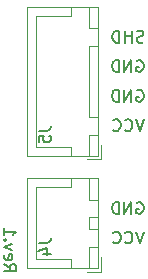
<source format=gbo>
G04 #@! TF.GenerationSoftware,KiCad,Pcbnew,5.1.9+dfsg1-1*
G04 #@! TF.CreationDate,2023-02-08T10:37:42+09:00*
G04 #@! TF.ProjectId,pixel-battery-breakout,70697865-6c2d-4626-9174-746572792d62,rev?*
G04 #@! TF.SameCoordinates,Original*
G04 #@! TF.FileFunction,Legend,Bot*
G04 #@! TF.FilePolarity,Positive*
%FSLAX46Y46*%
G04 Gerber Fmt 4.6, Leading zero omitted, Abs format (unit mm)*
G04 Created by KiCad (PCBNEW 5.1.9+dfsg1-1) date 2023-02-08 10:37:42*
%MOMM*%
%LPD*%
G01*
G04 APERTURE LIST*
%ADD10C,0.150000*%
%ADD11C,0.120000*%
%ADD12O,2.000000X1.700000*%
%ADD13O,1.950000X1.700000*%
G04 APERTURE END LIST*
D10*
X142797619Y-59714285D02*
X143273809Y-60047619D01*
X142797619Y-60285714D02*
X143797619Y-60285714D01*
X143797619Y-59904761D01*
X143750000Y-59809523D01*
X143702380Y-59761904D01*
X143607142Y-59714285D01*
X143464285Y-59714285D01*
X143369047Y-59761904D01*
X143321428Y-59809523D01*
X143273809Y-59904761D01*
X143273809Y-60285714D01*
X142845238Y-58904761D02*
X142797619Y-59000000D01*
X142797619Y-59190476D01*
X142845238Y-59285714D01*
X142940476Y-59333333D01*
X143321428Y-59333333D01*
X143416666Y-59285714D01*
X143464285Y-59190476D01*
X143464285Y-59000000D01*
X143416666Y-58904761D01*
X143321428Y-58857142D01*
X143226190Y-58857142D01*
X143130952Y-59333333D01*
X143464285Y-58523809D02*
X142797619Y-58285714D01*
X143464285Y-58047619D01*
X142892857Y-57666666D02*
X142845238Y-57619047D01*
X142797619Y-57666666D01*
X142845238Y-57714285D01*
X142892857Y-57666666D01*
X142797619Y-57666666D01*
X142797619Y-56666666D02*
X142797619Y-57238095D01*
X142797619Y-56952380D02*
X143797619Y-56952380D01*
X143654761Y-57047619D01*
X143559523Y-57142857D01*
X143511904Y-57238095D01*
X154583333Y-56952380D02*
X154250000Y-57952380D01*
X153916666Y-56952380D01*
X153011904Y-57857142D02*
X153059523Y-57904761D01*
X153202380Y-57952380D01*
X153297619Y-57952380D01*
X153440476Y-57904761D01*
X153535714Y-57809523D01*
X153583333Y-57714285D01*
X153630952Y-57523809D01*
X153630952Y-57380952D01*
X153583333Y-57190476D01*
X153535714Y-57095238D01*
X153440476Y-57000000D01*
X153297619Y-56952380D01*
X153202380Y-56952380D01*
X153059523Y-57000000D01*
X153011904Y-57047619D01*
X152011904Y-57857142D02*
X152059523Y-57904761D01*
X152202380Y-57952380D01*
X152297619Y-57952380D01*
X152440476Y-57904761D01*
X152535714Y-57809523D01*
X152583333Y-57714285D01*
X152630952Y-57523809D01*
X152630952Y-57380952D01*
X152583333Y-57190476D01*
X152535714Y-57095238D01*
X152440476Y-57000000D01*
X152297619Y-56952380D01*
X152202380Y-56952380D01*
X152059523Y-57000000D01*
X152011904Y-57047619D01*
X154011904Y-54500000D02*
X154107142Y-54452380D01*
X154250000Y-54452380D01*
X154392857Y-54500000D01*
X154488095Y-54595238D01*
X154535714Y-54690476D01*
X154583333Y-54880952D01*
X154583333Y-55023809D01*
X154535714Y-55214285D01*
X154488095Y-55309523D01*
X154392857Y-55404761D01*
X154250000Y-55452380D01*
X154154761Y-55452380D01*
X154011904Y-55404761D01*
X153964285Y-55357142D01*
X153964285Y-55023809D01*
X154154761Y-55023809D01*
X153535714Y-55452380D02*
X153535714Y-54452380D01*
X152964285Y-55452380D01*
X152964285Y-54452380D01*
X152488095Y-55452380D02*
X152488095Y-54452380D01*
X152250000Y-54452380D01*
X152107142Y-54500000D01*
X152011904Y-54595238D01*
X151964285Y-54690476D01*
X151916666Y-54880952D01*
X151916666Y-55023809D01*
X151964285Y-55214285D01*
X152011904Y-55309523D01*
X152107142Y-55404761D01*
X152250000Y-55452380D01*
X152488095Y-55452380D01*
X154583333Y-47452380D02*
X154250000Y-48452380D01*
X153916666Y-47452380D01*
X153011904Y-48357142D02*
X153059523Y-48404761D01*
X153202380Y-48452380D01*
X153297619Y-48452380D01*
X153440476Y-48404761D01*
X153535714Y-48309523D01*
X153583333Y-48214285D01*
X153630952Y-48023809D01*
X153630952Y-47880952D01*
X153583333Y-47690476D01*
X153535714Y-47595238D01*
X153440476Y-47500000D01*
X153297619Y-47452380D01*
X153202380Y-47452380D01*
X153059523Y-47500000D01*
X153011904Y-47547619D01*
X152011904Y-48357142D02*
X152059523Y-48404761D01*
X152202380Y-48452380D01*
X152297619Y-48452380D01*
X152440476Y-48404761D01*
X152535714Y-48309523D01*
X152583333Y-48214285D01*
X152630952Y-48023809D01*
X152630952Y-47880952D01*
X152583333Y-47690476D01*
X152535714Y-47595238D01*
X152440476Y-47500000D01*
X152297619Y-47452380D01*
X152202380Y-47452380D01*
X152059523Y-47500000D01*
X152011904Y-47547619D01*
X154011904Y-45000000D02*
X154107142Y-44952380D01*
X154250000Y-44952380D01*
X154392857Y-45000000D01*
X154488095Y-45095238D01*
X154535714Y-45190476D01*
X154583333Y-45380952D01*
X154583333Y-45523809D01*
X154535714Y-45714285D01*
X154488095Y-45809523D01*
X154392857Y-45904761D01*
X154250000Y-45952380D01*
X154154761Y-45952380D01*
X154011904Y-45904761D01*
X153964285Y-45857142D01*
X153964285Y-45523809D01*
X154154761Y-45523809D01*
X153535714Y-45952380D02*
X153535714Y-44952380D01*
X152964285Y-45952380D01*
X152964285Y-44952380D01*
X152488095Y-45952380D02*
X152488095Y-44952380D01*
X152250000Y-44952380D01*
X152107142Y-45000000D01*
X152011904Y-45095238D01*
X151964285Y-45190476D01*
X151916666Y-45380952D01*
X151916666Y-45523809D01*
X151964285Y-45714285D01*
X152011904Y-45809523D01*
X152107142Y-45904761D01*
X152250000Y-45952380D01*
X152488095Y-45952380D01*
X154011904Y-42500000D02*
X154107142Y-42452380D01*
X154250000Y-42452380D01*
X154392857Y-42500000D01*
X154488095Y-42595238D01*
X154535714Y-42690476D01*
X154583333Y-42880952D01*
X154583333Y-43023809D01*
X154535714Y-43214285D01*
X154488095Y-43309523D01*
X154392857Y-43404761D01*
X154250000Y-43452380D01*
X154154761Y-43452380D01*
X154011904Y-43404761D01*
X153964285Y-43357142D01*
X153964285Y-43023809D01*
X154154761Y-43023809D01*
X153535714Y-43452380D02*
X153535714Y-42452380D01*
X152964285Y-43452380D01*
X152964285Y-42452380D01*
X152488095Y-43452380D02*
X152488095Y-42452380D01*
X152250000Y-42452380D01*
X152107142Y-42500000D01*
X152011904Y-42595238D01*
X151964285Y-42690476D01*
X151916666Y-42880952D01*
X151916666Y-43023809D01*
X151964285Y-43214285D01*
X152011904Y-43309523D01*
X152107142Y-43404761D01*
X152250000Y-43452380D01*
X152488095Y-43452380D01*
X154559523Y-40904761D02*
X154416666Y-40952380D01*
X154178571Y-40952380D01*
X154083333Y-40904761D01*
X154035714Y-40857142D01*
X153988095Y-40761904D01*
X153988095Y-40666666D01*
X154035714Y-40571428D01*
X154083333Y-40523809D01*
X154178571Y-40476190D01*
X154369047Y-40428571D01*
X154464285Y-40380952D01*
X154511904Y-40333333D01*
X154559523Y-40238095D01*
X154559523Y-40142857D01*
X154511904Y-40047619D01*
X154464285Y-40000000D01*
X154369047Y-39952380D01*
X154130952Y-39952380D01*
X153988095Y-40000000D01*
X153559523Y-40952380D02*
X153559523Y-39952380D01*
X153559523Y-40428571D02*
X152988095Y-40428571D01*
X152988095Y-40952380D02*
X152988095Y-39952380D01*
X152511904Y-40952380D02*
X152511904Y-39952380D01*
X152273809Y-39952380D01*
X152130952Y-40000000D01*
X152035714Y-40095238D01*
X151988095Y-40190476D01*
X151940476Y-40380952D01*
X151940476Y-40523809D01*
X151988095Y-40714285D01*
X152035714Y-40809523D01*
X152130952Y-40904761D01*
X152273809Y-40952380D01*
X152511904Y-40952380D01*
D11*
X151000000Y-60350000D02*
X149750000Y-60350000D01*
X151000000Y-59100000D02*
X151000000Y-60350000D01*
X145500000Y-53200000D02*
X145500000Y-56250000D01*
X148450000Y-53200000D02*
X145500000Y-53200000D01*
X148450000Y-52450000D02*
X148450000Y-53200000D01*
X145500000Y-59300000D02*
X145500000Y-56250000D01*
X148450000Y-59300000D02*
X145500000Y-59300000D01*
X148450000Y-60050000D02*
X148450000Y-59300000D01*
X150700000Y-52450000D02*
X150700000Y-54250000D01*
X149950000Y-52450000D02*
X150700000Y-52450000D01*
X149950000Y-54250000D02*
X149950000Y-52450000D01*
X150700000Y-54250000D02*
X149950000Y-54250000D01*
X150700000Y-58250000D02*
X150700000Y-60050000D01*
X149950000Y-58250000D02*
X150700000Y-58250000D01*
X149950000Y-60050000D02*
X149950000Y-58250000D01*
X150700000Y-60050000D02*
X149950000Y-60050000D01*
X150700000Y-55750000D02*
X150700000Y-56750000D01*
X149950000Y-55750000D02*
X150700000Y-55750000D01*
X149950000Y-56750000D02*
X149950000Y-55750000D01*
X150700000Y-56750000D02*
X149950000Y-56750000D01*
X150710000Y-52440000D02*
X150710000Y-60060000D01*
X144740000Y-52440000D02*
X150710000Y-52440000D01*
X144740000Y-60060000D02*
X144740000Y-52440000D01*
X150710000Y-60060000D02*
X144740000Y-60060000D01*
X151000000Y-50850000D02*
X149750000Y-50850000D01*
X151000000Y-49600000D02*
X151000000Y-50850000D01*
X145500000Y-38700000D02*
X145500000Y-44250000D01*
X148450000Y-38700000D02*
X145500000Y-38700000D01*
X148450000Y-37950000D02*
X148450000Y-38700000D01*
X145500000Y-49800000D02*
X145500000Y-44250000D01*
X148450000Y-49800000D02*
X145500000Y-49800000D01*
X148450000Y-50550000D02*
X148450000Y-49800000D01*
X150700000Y-37950000D02*
X150700000Y-39750000D01*
X149950000Y-37950000D02*
X150700000Y-37950000D01*
X149950000Y-39750000D02*
X149950000Y-37950000D01*
X150700000Y-39750000D02*
X149950000Y-39750000D01*
X150700000Y-48750000D02*
X150700000Y-50550000D01*
X149950000Y-48750000D02*
X150700000Y-48750000D01*
X149950000Y-50550000D02*
X149950000Y-48750000D01*
X150700000Y-50550000D02*
X149950000Y-50550000D01*
X150700000Y-41250000D02*
X150700000Y-47250000D01*
X149950000Y-41250000D02*
X150700000Y-41250000D01*
X149950000Y-47250000D02*
X149950000Y-41250000D01*
X150700000Y-47250000D02*
X149950000Y-47250000D01*
X150710000Y-37940000D02*
X150710000Y-50560000D01*
X144740000Y-37940000D02*
X150710000Y-37940000D01*
X144740000Y-50560000D02*
X144740000Y-37940000D01*
X150710000Y-50560000D02*
X144740000Y-50560000D01*
D10*
X145702380Y-57916666D02*
X146416666Y-57916666D01*
X146559523Y-57869047D01*
X146654761Y-57773809D01*
X146702380Y-57630952D01*
X146702380Y-57535714D01*
X146035714Y-58821428D02*
X146702380Y-58821428D01*
X145654761Y-58583333D02*
X146369047Y-58345238D01*
X146369047Y-58964285D01*
X145702380Y-48416666D02*
X146416666Y-48416666D01*
X146559523Y-48369047D01*
X146654761Y-48273809D01*
X146702380Y-48130952D01*
X146702380Y-48035714D01*
X145702380Y-49369047D02*
X145702380Y-48892857D01*
X146178571Y-48845238D01*
X146130952Y-48892857D01*
X146083333Y-48988095D01*
X146083333Y-49226190D01*
X146130952Y-49321428D01*
X146178571Y-49369047D01*
X146273809Y-49416666D01*
X146511904Y-49416666D01*
X146607142Y-49369047D01*
X146654761Y-49321428D01*
X146702380Y-49226190D01*
X146702380Y-48988095D01*
X146654761Y-48892857D01*
X146607142Y-48845238D01*
%LPC*%
G36*
G01*
X149000000Y-58350000D02*
X147500000Y-58350000D01*
G75*
G02*
X147250000Y-58100000I0J250000D01*
G01*
X147250000Y-56900000D01*
G75*
G02*
X147500000Y-56650000I250000J0D01*
G01*
X149000000Y-56650000D01*
G75*
G02*
X149250000Y-56900000I0J-250000D01*
G01*
X149250000Y-58100000D01*
G75*
G02*
X149000000Y-58350000I-250000J0D01*
G01*
G37*
D12*
X148250000Y-55000000D03*
G36*
G01*
X148975000Y-48850000D02*
X147525000Y-48850000D01*
G75*
G02*
X147275000Y-48600000I0J250000D01*
G01*
X147275000Y-47400000D01*
G75*
G02*
X147525000Y-47150000I250000J0D01*
G01*
X148975000Y-47150000D01*
G75*
G02*
X149225000Y-47400000I0J-250000D01*
G01*
X149225000Y-48600000D01*
G75*
G02*
X148975000Y-48850000I-250000J0D01*
G01*
G37*
D13*
X148250000Y-45500000D03*
X148250000Y-43000000D03*
X148250000Y-40500000D03*
M02*

</source>
